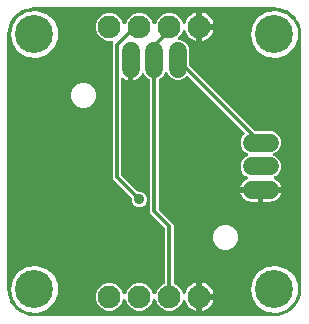
<source format=gbr>
G04 EAGLE Gerber RS-274X export*
G75*
%MOMM*%
%FSLAX34Y34*%
%LPD*%
%INTop Copper*%
%IPPOS*%
%AMOC8*
5,1,8,0,0,1.08239X$1,22.5*%
G01*
%ADD10C,1.500000*%
%ADD11C,3.216000*%
%ADD12C,1.930400*%
%ADD13C,0.304800*%
%ADD14C,0.906400*%

G36*
X228622Y2543D02*
X228622Y2543D01*
X228700Y2545D01*
X232077Y2810D01*
X232145Y2824D01*
X232214Y2829D01*
X232370Y2869D01*
X238794Y4956D01*
X238901Y5006D01*
X239012Y5050D01*
X239063Y5083D01*
X239082Y5091D01*
X239097Y5104D01*
X239148Y5136D01*
X244612Y9107D01*
X244699Y9188D01*
X244746Y9227D01*
X244752Y9231D01*
X244753Y9232D01*
X244791Y9264D01*
X244829Y9310D01*
X244844Y9324D01*
X244855Y9342D01*
X244893Y9388D01*
X246586Y11717D01*
X246599Y11741D01*
X246616Y11761D01*
X246675Y11880D01*
X246739Y11996D01*
X246746Y12022D01*
X246758Y12046D01*
X246785Y12174D01*
X246799Y12185D01*
X246823Y12196D01*
X246925Y12280D01*
X247031Y12361D01*
X247048Y12382D01*
X247068Y12399D01*
X247171Y12523D01*
X248864Y14852D01*
X248921Y14956D01*
X248985Y15056D01*
X249007Y15113D01*
X249017Y15131D01*
X249022Y15151D01*
X249044Y15206D01*
X251131Y21630D01*
X251144Y21698D01*
X251167Y21764D01*
X251190Y21923D01*
X251455Y25300D01*
X251455Y25304D01*
X251456Y25307D01*
X251455Y25326D01*
X251459Y25400D01*
X251459Y241300D01*
X251457Y241322D01*
X251455Y241400D01*
X251190Y244777D01*
X251176Y244845D01*
X251171Y244914D01*
X251131Y245070D01*
X249044Y251494D01*
X248993Y251601D01*
X248950Y251712D01*
X248917Y251763D01*
X248909Y251782D01*
X248896Y251797D01*
X248864Y251848D01*
X247171Y254178D01*
X247153Y254197D01*
X247139Y254220D01*
X247044Y254313D01*
X246953Y254409D01*
X246931Y254424D01*
X246912Y254442D01*
X246798Y254508D01*
X246792Y254524D01*
X246789Y254551D01*
X246740Y254675D01*
X246697Y254800D01*
X246682Y254822D01*
X246672Y254847D01*
X246586Y254983D01*
X244893Y257312D01*
X244812Y257399D01*
X244736Y257491D01*
X244690Y257529D01*
X244676Y257544D01*
X244658Y257555D01*
X244612Y257593D01*
X239148Y261564D01*
X239044Y261621D01*
X238944Y261685D01*
X238887Y261707D01*
X238869Y261717D01*
X238849Y261722D01*
X238794Y261744D01*
X232370Y263831D01*
X232302Y263844D01*
X232236Y263867D01*
X232077Y263890D01*
X228700Y264155D01*
X228678Y264154D01*
X228600Y264159D01*
X25400Y264159D01*
X25378Y264157D01*
X25300Y264155D01*
X21923Y263890D01*
X21855Y263876D01*
X21786Y263871D01*
X21630Y263831D01*
X18892Y262941D01*
X18867Y262930D01*
X18841Y262924D01*
X18724Y262863D01*
X18604Y262806D01*
X18583Y262789D01*
X18560Y262777D01*
X18462Y262689D01*
X18445Y262688D01*
X18418Y262693D01*
X18286Y262685D01*
X18153Y262683D01*
X18128Y262675D01*
X18101Y262674D01*
X17945Y262634D01*
X15206Y261744D01*
X15099Y261693D01*
X14988Y261650D01*
X14937Y261617D01*
X14918Y261609D01*
X14903Y261596D01*
X14852Y261564D01*
X9388Y257593D01*
X9301Y257512D01*
X9209Y257436D01*
X9171Y257390D01*
X9156Y257376D01*
X9145Y257358D01*
X9107Y257312D01*
X5136Y251848D01*
X5079Y251744D01*
X5015Y251644D01*
X4993Y251587D01*
X4983Y251569D01*
X4978Y251549D01*
X4956Y251494D01*
X2869Y245070D01*
X2856Y245002D01*
X2833Y244936D01*
X2810Y244777D01*
X2545Y241400D01*
X2546Y241378D01*
X2541Y241300D01*
X2541Y25400D01*
X2543Y25378D01*
X2545Y25300D01*
X2810Y21923D01*
X2824Y21855D01*
X2829Y21786D01*
X2869Y21630D01*
X4956Y15206D01*
X5006Y15099D01*
X5050Y14988D01*
X5083Y14937D01*
X5091Y14918D01*
X5104Y14903D01*
X5136Y14852D01*
X9107Y9388D01*
X9127Y9366D01*
X9138Y9348D01*
X9184Y9305D01*
X9188Y9301D01*
X9264Y9209D01*
X9310Y9171D01*
X9324Y9156D01*
X9342Y9145D01*
X9388Y9107D01*
X14852Y5136D01*
X14956Y5079D01*
X15056Y5015D01*
X15113Y4993D01*
X15131Y4983D01*
X15151Y4978D01*
X15206Y4956D01*
X17945Y4066D01*
X17971Y4061D01*
X17996Y4051D01*
X18127Y4031D01*
X18257Y4006D01*
X18284Y4008D01*
X18310Y4004D01*
X18441Y4018D01*
X18455Y4008D01*
X18474Y3989D01*
X18585Y3917D01*
X18694Y3842D01*
X18719Y3832D01*
X18742Y3818D01*
X18892Y3759D01*
X21630Y2869D01*
X21698Y2856D01*
X21764Y2833D01*
X21923Y2810D01*
X25300Y2545D01*
X25322Y2546D01*
X25400Y2541D01*
X228600Y2541D01*
X228622Y2543D01*
G37*
%LPC*%
G36*
X162245Y7157D02*
X162245Y7157D01*
X160420Y7751D01*
X158710Y8622D01*
X157157Y9750D01*
X155800Y11107D01*
X154672Y12660D01*
X153801Y14370D01*
X153373Y15686D01*
X153360Y15713D01*
X153353Y15742D01*
X153292Y15857D01*
X153237Y15974D01*
X153218Y15997D01*
X153204Y16024D01*
X153117Y16119D01*
X153035Y16219D01*
X153010Y16237D01*
X152990Y16259D01*
X152882Y16330D01*
X152777Y16406D01*
X152750Y16417D01*
X152725Y16434D01*
X152602Y16476D01*
X152482Y16523D01*
X152452Y16527D01*
X152424Y16537D01*
X152295Y16547D01*
X152166Y16563D01*
X152137Y16560D01*
X152107Y16562D01*
X151979Y16540D01*
X151851Y16524D01*
X151823Y16513D01*
X151794Y16508D01*
X151676Y16455D01*
X151555Y16407D01*
X151531Y16389D01*
X151504Y16377D01*
X151403Y16296D01*
X151297Y16220D01*
X151278Y16197D01*
X151255Y16179D01*
X151177Y16075D01*
X151095Y15975D01*
X151082Y15948D01*
X151064Y15924D01*
X150993Y15780D01*
X149606Y12431D01*
X146319Y9144D01*
X142024Y7365D01*
X137376Y7365D01*
X133081Y9144D01*
X129794Y12431D01*
X128173Y16346D01*
X128104Y16467D01*
X128039Y16589D01*
X128025Y16604D01*
X128015Y16622D01*
X127918Y16722D01*
X127825Y16825D01*
X127808Y16836D01*
X127794Y16851D01*
X127675Y16923D01*
X127559Y17000D01*
X127540Y17006D01*
X127523Y17017D01*
X127390Y17058D01*
X127258Y17103D01*
X127238Y17104D01*
X127219Y17110D01*
X127080Y17117D01*
X126941Y17128D01*
X126921Y17125D01*
X126901Y17125D01*
X126765Y17097D01*
X126628Y17074D01*
X126609Y17065D01*
X126590Y17061D01*
X126464Y17000D01*
X126338Y16943D01*
X126322Y16930D01*
X126304Y16921D01*
X126198Y16831D01*
X126090Y16744D01*
X126077Y16728D01*
X126062Y16715D01*
X125982Y16601D01*
X125898Y16490D01*
X125886Y16465D01*
X125879Y16455D01*
X125872Y16436D01*
X125827Y16346D01*
X124206Y12431D01*
X120919Y9144D01*
X116624Y7365D01*
X111976Y7365D01*
X107681Y9144D01*
X104394Y12431D01*
X102773Y16346D01*
X102704Y16467D01*
X102639Y16590D01*
X102625Y16605D01*
X102615Y16622D01*
X102518Y16722D01*
X102425Y16825D01*
X102408Y16836D01*
X102394Y16851D01*
X102275Y16923D01*
X102159Y17000D01*
X102140Y17006D01*
X102123Y17017D01*
X101990Y17058D01*
X101858Y17103D01*
X101838Y17104D01*
X101819Y17110D01*
X101680Y17117D01*
X101541Y17128D01*
X101521Y17125D01*
X101501Y17126D01*
X101365Y17097D01*
X101228Y17074D01*
X101209Y17065D01*
X101190Y17061D01*
X101064Y17000D01*
X100938Y16943D01*
X100922Y16930D01*
X100904Y16922D01*
X100798Y16831D01*
X100690Y16744D01*
X100677Y16728D01*
X100662Y16715D01*
X100582Y16601D01*
X100498Y16490D01*
X100486Y16465D01*
X100479Y16455D01*
X100472Y16436D01*
X100427Y16346D01*
X98806Y12431D01*
X95519Y9144D01*
X91224Y7365D01*
X86576Y7365D01*
X82281Y9144D01*
X78994Y12431D01*
X77215Y16726D01*
X77215Y21374D01*
X78994Y25669D01*
X82281Y28956D01*
X86576Y30735D01*
X91224Y30735D01*
X95519Y28956D01*
X98806Y25669D01*
X100427Y21754D01*
X100496Y21634D01*
X100561Y21510D01*
X100575Y21496D01*
X100585Y21478D01*
X100682Y21378D01*
X100775Y21275D01*
X100792Y21264D01*
X100806Y21249D01*
X100924Y21177D01*
X101041Y21100D01*
X101060Y21094D01*
X101077Y21083D01*
X101210Y21042D01*
X101342Y20997D01*
X101362Y20996D01*
X101381Y20990D01*
X101520Y20983D01*
X101659Y20972D01*
X101679Y20975D01*
X101699Y20974D01*
X101835Y21003D01*
X101972Y21026D01*
X101990Y21035D01*
X102010Y21039D01*
X102136Y21100D01*
X102262Y21157D01*
X102278Y21170D01*
X102296Y21178D01*
X102402Y21269D01*
X102510Y21356D01*
X102523Y21372D01*
X102538Y21385D01*
X102618Y21499D01*
X102702Y21610D01*
X102714Y21635D01*
X102721Y21645D01*
X102728Y21664D01*
X102773Y21754D01*
X104394Y25669D01*
X107681Y28956D01*
X111976Y30735D01*
X116624Y30735D01*
X120919Y28956D01*
X124206Y25669D01*
X125827Y21754D01*
X125896Y21634D01*
X125961Y21511D01*
X125975Y21496D01*
X125985Y21478D01*
X126082Y21378D01*
X126175Y21275D01*
X126192Y21264D01*
X126206Y21250D01*
X126324Y21177D01*
X126441Y21100D01*
X126460Y21094D01*
X126477Y21083D01*
X126610Y21042D01*
X126742Y20997D01*
X126762Y20996D01*
X126781Y20990D01*
X126920Y20983D01*
X127059Y20972D01*
X127079Y20975D01*
X127099Y20975D01*
X127235Y21003D01*
X127372Y21026D01*
X127390Y21035D01*
X127410Y21039D01*
X127536Y21100D01*
X127662Y21157D01*
X127678Y21170D01*
X127696Y21179D01*
X127802Y21269D01*
X127910Y21356D01*
X127923Y21372D01*
X127938Y21385D01*
X128018Y21499D01*
X128102Y21610D01*
X128114Y21635D01*
X128121Y21645D01*
X128128Y21664D01*
X128173Y21754D01*
X129794Y25669D01*
X133081Y28956D01*
X135360Y29900D01*
X135385Y29914D01*
X135413Y29923D01*
X135523Y29993D01*
X135636Y30057D01*
X135657Y30078D01*
X135682Y30094D01*
X135771Y30188D01*
X135864Y30278D01*
X135880Y30304D01*
X135900Y30325D01*
X135963Y30439D01*
X136031Y30550D01*
X136039Y30578D01*
X136054Y30604D01*
X136086Y30729D01*
X136124Y30854D01*
X136126Y30883D01*
X136133Y30912D01*
X136143Y31072D01*
X136143Y76741D01*
X136131Y76839D01*
X136128Y76938D01*
X136111Y76996D01*
X136103Y77057D01*
X136067Y77149D01*
X136039Y77244D01*
X136009Y77296D01*
X135986Y77352D01*
X135928Y77432D01*
X135878Y77518D01*
X135812Y77593D01*
X135800Y77610D01*
X135790Y77617D01*
X135772Y77639D01*
X123443Y89967D01*
X123443Y202347D01*
X123440Y202376D01*
X123442Y202406D01*
X123420Y202534D01*
X123403Y202663D01*
X123393Y202690D01*
X123388Y202719D01*
X123334Y202838D01*
X123286Y202958D01*
X123269Y202982D01*
X123257Y203009D01*
X123176Y203110D01*
X123100Y203216D01*
X123077Y203234D01*
X123058Y203257D01*
X122955Y203336D01*
X122855Y203418D01*
X122828Y203431D01*
X122804Y203449D01*
X122660Y203520D01*
X121600Y203959D01*
X118919Y206640D01*
X118447Y207778D01*
X118403Y207856D01*
X118367Y207938D01*
X118324Y207994D01*
X118290Y208054D01*
X118227Y208119D01*
X118172Y208190D01*
X118117Y208233D01*
X118068Y208283D01*
X117992Y208330D01*
X117921Y208385D01*
X117857Y208413D01*
X117797Y208449D01*
X117712Y208475D01*
X117629Y208511D01*
X117560Y208522D01*
X117493Y208543D01*
X117404Y208547D01*
X117315Y208561D01*
X117245Y208555D01*
X117176Y208558D01*
X117088Y208540D01*
X116999Y208531D01*
X116933Y208508D01*
X116864Y208494D01*
X116784Y208454D01*
X116699Y208424D01*
X116641Y208385D01*
X116578Y208354D01*
X116510Y208296D01*
X116436Y208246D01*
X116390Y208193D01*
X116336Y208148D01*
X116285Y208074D01*
X116226Y208007D01*
X116162Y207900D01*
X116153Y207888D01*
X116151Y207881D01*
X116144Y207869D01*
X115588Y206778D01*
X114659Y205499D01*
X113541Y204381D01*
X112262Y203452D01*
X110854Y202735D01*
X109351Y202247D01*
X109249Y202230D01*
X109249Y218560D01*
X109234Y218678D01*
X109227Y218797D01*
X109214Y218835D01*
X109209Y218875D01*
X109166Y218986D01*
X109129Y219099D01*
X109107Y219133D01*
X109092Y219171D01*
X109023Y219267D01*
X108959Y219368D01*
X108929Y219396D01*
X108906Y219428D01*
X108814Y219504D01*
X108727Y219586D01*
X108692Y219605D01*
X108661Y219631D01*
X108553Y219682D01*
X108449Y219739D01*
X108409Y219749D01*
X108373Y219767D01*
X108256Y219789D01*
X108141Y219819D01*
X108081Y219823D01*
X108061Y219826D01*
X108040Y219825D01*
X107980Y219829D01*
X106020Y219829D01*
X105902Y219814D01*
X105783Y219807D01*
X105745Y219794D01*
X105704Y219789D01*
X105594Y219745D01*
X105481Y219709D01*
X105446Y219687D01*
X105409Y219672D01*
X105312Y219602D01*
X105212Y219539D01*
X105184Y219509D01*
X105151Y219485D01*
X105075Y219394D01*
X104994Y219307D01*
X104974Y219272D01*
X104949Y219240D01*
X104898Y219133D01*
X104840Y219028D01*
X104830Y218989D01*
X104813Y218953D01*
X104791Y218836D01*
X104761Y218720D01*
X104757Y218660D01*
X104753Y218640D01*
X104755Y218620D01*
X104751Y218560D01*
X104751Y202230D01*
X104649Y202247D01*
X103146Y202735D01*
X101738Y203452D01*
X100822Y204118D01*
X100787Y204137D01*
X100757Y204162D01*
X100648Y204213D01*
X100543Y204271D01*
X100505Y204281D01*
X100469Y204298D01*
X100351Y204320D01*
X100235Y204350D01*
X100196Y204350D01*
X100156Y204357D01*
X100037Y204350D01*
X99917Y204350D01*
X99879Y204340D01*
X99839Y204338D01*
X99725Y204301D01*
X99609Y204271D01*
X99574Y204252D01*
X99537Y204240D01*
X99467Y204195D01*
X99465Y204195D01*
X99460Y204191D01*
X99436Y204176D01*
X99331Y204118D01*
X99301Y204091D01*
X99268Y204069D01*
X99215Y204013D01*
X99207Y204008D01*
X99190Y203987D01*
X99186Y203982D01*
X99099Y203900D01*
X99077Y203867D01*
X99050Y203838D01*
X99016Y203777D01*
X99005Y203763D01*
X98986Y203724D01*
X98928Y203632D01*
X98916Y203594D01*
X98896Y203559D01*
X98881Y203501D01*
X98869Y203475D01*
X98858Y203418D01*
X98829Y203330D01*
X98827Y203290D01*
X98817Y203251D01*
X98812Y203179D01*
X98809Y203163D01*
X98810Y203147D01*
X98807Y203091D01*
X98807Y122649D01*
X98819Y122551D01*
X98822Y122452D01*
X98839Y122394D01*
X98847Y122333D01*
X98883Y122241D01*
X98911Y122146D01*
X98941Y122094D01*
X98964Y122038D01*
X99022Y121958D01*
X99072Y121872D01*
X99138Y121797D01*
X99150Y121780D01*
X99160Y121773D01*
X99178Y121751D01*
X112393Y108536D01*
X112472Y108476D01*
X112544Y108408D01*
X112597Y108379D01*
X112645Y108342D01*
X112736Y108302D01*
X112822Y108254D01*
X112881Y108239D01*
X112937Y108215D01*
X113035Y108200D01*
X113130Y108175D01*
X113230Y108169D01*
X113251Y108165D01*
X113263Y108167D01*
X113291Y108165D01*
X115606Y108165D01*
X118019Y107165D01*
X119865Y105319D01*
X120865Y102906D01*
X120865Y100294D01*
X119865Y97881D01*
X118019Y96035D01*
X115606Y95035D01*
X112994Y95035D01*
X110581Y96035D01*
X108735Y97881D01*
X107735Y100294D01*
X107735Y102609D01*
X107723Y102707D01*
X107720Y102806D01*
X107703Y102864D01*
X107695Y102925D01*
X107659Y103017D01*
X107631Y103112D01*
X107601Y103164D01*
X107578Y103220D01*
X107520Y103300D01*
X107470Y103386D01*
X107404Y103461D01*
X107392Y103478D01*
X107382Y103485D01*
X107364Y103507D01*
X91693Y119177D01*
X91693Y233908D01*
X91694Y233908D01*
X91782Y234015D01*
X91791Y234034D01*
X91803Y234050D01*
X91859Y234178D01*
X91918Y234303D01*
X91922Y234323D01*
X91930Y234342D01*
X91952Y234479D01*
X91978Y234616D01*
X91977Y234636D01*
X91980Y234656D01*
X91967Y234794D01*
X91958Y234933D01*
X91952Y234952D01*
X91950Y234972D01*
X91903Y235103D01*
X91860Y235235D01*
X91849Y235253D01*
X91842Y235272D01*
X91764Y235387D01*
X91690Y235504D01*
X91675Y235518D01*
X91664Y235535D01*
X91559Y235627D01*
X91458Y235722D01*
X91441Y235732D01*
X91425Y235745D01*
X91302Y235808D01*
X91180Y235876D01*
X91160Y235881D01*
X91142Y235890D01*
X91006Y235920D01*
X90872Y235955D01*
X90844Y235957D01*
X90832Y235960D01*
X90811Y235959D01*
X90711Y235965D01*
X86576Y235965D01*
X82281Y237744D01*
X78994Y241031D01*
X77215Y245326D01*
X77215Y249974D01*
X78994Y254269D01*
X82281Y257556D01*
X86576Y259335D01*
X91224Y259335D01*
X95519Y257556D01*
X98806Y254269D01*
X100427Y250354D01*
X100496Y250234D01*
X100561Y250111D01*
X100575Y250096D01*
X100585Y250078D01*
X100682Y249978D01*
X100775Y249875D01*
X100792Y249864D01*
X100806Y249850D01*
X100924Y249777D01*
X101041Y249700D01*
X101060Y249694D01*
X101077Y249683D01*
X101210Y249642D01*
X101342Y249597D01*
X101362Y249596D01*
X101381Y249590D01*
X101520Y249583D01*
X101659Y249572D01*
X101679Y249575D01*
X101699Y249575D01*
X101835Y249603D01*
X101972Y249626D01*
X101990Y249635D01*
X102010Y249639D01*
X102136Y249700D01*
X102262Y249757D01*
X102278Y249770D01*
X102296Y249779D01*
X102402Y249869D01*
X102510Y249956D01*
X102523Y249972D01*
X102538Y249985D01*
X102618Y250099D01*
X102702Y250210D01*
X102714Y250235D01*
X102721Y250245D01*
X102728Y250264D01*
X102773Y250354D01*
X104394Y254269D01*
X107681Y257556D01*
X111976Y259335D01*
X116624Y259335D01*
X120919Y257556D01*
X124206Y254269D01*
X125827Y250354D01*
X125896Y250234D01*
X125961Y250111D01*
X125975Y250096D01*
X125985Y250078D01*
X126082Y249978D01*
X126175Y249875D01*
X126192Y249864D01*
X126206Y249850D01*
X126324Y249777D01*
X126441Y249700D01*
X126460Y249694D01*
X126477Y249683D01*
X126610Y249642D01*
X126742Y249597D01*
X126762Y249596D01*
X126781Y249590D01*
X126920Y249583D01*
X127059Y249572D01*
X127079Y249575D01*
X127099Y249575D01*
X127235Y249603D01*
X127372Y249626D01*
X127390Y249635D01*
X127410Y249639D01*
X127536Y249700D01*
X127662Y249757D01*
X127678Y249770D01*
X127696Y249779D01*
X127802Y249869D01*
X127910Y249956D01*
X127923Y249972D01*
X127938Y249985D01*
X128018Y250099D01*
X128102Y250210D01*
X128114Y250235D01*
X128121Y250245D01*
X128128Y250264D01*
X128173Y250354D01*
X129794Y254269D01*
X133081Y257556D01*
X137376Y259335D01*
X142024Y259335D01*
X146319Y257556D01*
X149606Y254269D01*
X150993Y250920D01*
X151008Y250894D01*
X151017Y250866D01*
X151086Y250756D01*
X151150Y250644D01*
X151171Y250622D01*
X151187Y250597D01*
X151281Y250509D01*
X151372Y250415D01*
X151397Y250400D01*
X151419Y250379D01*
X151532Y250317D01*
X151643Y250249D01*
X151671Y250240D01*
X151698Y250226D01*
X151823Y250194D01*
X151947Y250156D01*
X151977Y250154D01*
X152006Y250147D01*
X152135Y250147D01*
X152264Y250140D01*
X152294Y250146D01*
X152324Y250146D01*
X152449Y250179D01*
X152576Y250205D01*
X152603Y250218D01*
X152632Y250225D01*
X152745Y250287D01*
X152862Y250344D01*
X152884Y250364D01*
X152911Y250378D01*
X153005Y250467D01*
X153104Y250551D01*
X153121Y250575D01*
X153143Y250596D01*
X153212Y250705D01*
X153287Y250811D01*
X153297Y250839D01*
X153313Y250864D01*
X153373Y251014D01*
X153801Y252330D01*
X154672Y254040D01*
X155800Y255593D01*
X157157Y256950D01*
X158710Y258078D01*
X160420Y258949D01*
X162245Y259543D01*
X162601Y259599D01*
X162601Y248880D01*
X162616Y248762D01*
X162623Y248643D01*
X162635Y248605D01*
X162641Y248565D01*
X162684Y248454D01*
X162721Y248341D01*
X162743Y248307D01*
X162758Y248269D01*
X162827Y248173D01*
X162891Y248072D01*
X162921Y248044D01*
X162944Y248012D01*
X163036Y247936D01*
X163123Y247854D01*
X163158Y247835D01*
X163189Y247809D01*
X163297Y247758D01*
X163401Y247701D01*
X163441Y247691D01*
X163477Y247673D01*
X163584Y247653D01*
X163554Y247649D01*
X163444Y247605D01*
X163331Y247569D01*
X163296Y247547D01*
X163259Y247532D01*
X163162Y247462D01*
X163062Y247399D01*
X163034Y247369D01*
X163001Y247345D01*
X162925Y247254D01*
X162844Y247167D01*
X162824Y247132D01*
X162799Y247100D01*
X162748Y246993D01*
X162690Y246888D01*
X162680Y246849D01*
X162663Y246813D01*
X162641Y246696D01*
X162611Y246580D01*
X162607Y246520D01*
X162603Y246500D01*
X162605Y246480D01*
X162601Y246420D01*
X162601Y235701D01*
X162245Y235757D01*
X160420Y236351D01*
X158710Y237222D01*
X157157Y238350D01*
X155800Y239707D01*
X154672Y241260D01*
X153801Y242970D01*
X153373Y244286D01*
X153360Y244313D01*
X153353Y244342D01*
X153292Y244457D01*
X153237Y244574D01*
X153218Y244597D01*
X153204Y244624D01*
X153117Y244719D01*
X153035Y244819D01*
X153010Y244837D01*
X152990Y244859D01*
X152882Y244930D01*
X152777Y245006D01*
X152750Y245017D01*
X152725Y245034D01*
X152602Y245076D01*
X152482Y245123D01*
X152452Y245127D01*
X152424Y245137D01*
X152295Y245147D01*
X152166Y245163D01*
X152137Y245160D01*
X152107Y245162D01*
X151979Y245140D01*
X151851Y245124D01*
X151823Y245113D01*
X151794Y245108D01*
X151676Y245055D01*
X151555Y245007D01*
X151531Y244989D01*
X151504Y244977D01*
X151403Y244896D01*
X151297Y244820D01*
X151278Y244797D01*
X151255Y244779D01*
X151177Y244675D01*
X151095Y244575D01*
X151082Y244548D01*
X151064Y244524D01*
X150993Y244380D01*
X149606Y241031D01*
X147314Y238739D01*
X147229Y238630D01*
X147140Y238523D01*
X147132Y238504D01*
X147119Y238488D01*
X147064Y238360D01*
X147005Y238235D01*
X147001Y238215D01*
X146993Y238196D01*
X146971Y238058D01*
X146945Y237922D01*
X146946Y237902D01*
X146943Y237882D01*
X146956Y237743D01*
X146965Y237605D01*
X146971Y237586D01*
X146973Y237566D01*
X147020Y237434D01*
X147063Y237303D01*
X147074Y237285D01*
X147080Y237266D01*
X147159Y237151D01*
X147233Y237034D01*
X147248Y237020D01*
X147259Y237003D01*
X147363Y236911D01*
X147465Y236816D01*
X147482Y236806D01*
X147497Y236793D01*
X147622Y236729D01*
X147743Y236662D01*
X147763Y236657D01*
X147781Y236648D01*
X147917Y236618D01*
X148051Y236583D01*
X148079Y236581D01*
X148091Y236578D01*
X148111Y236579D01*
X148212Y236573D01*
X148896Y236573D01*
X152400Y235121D01*
X155081Y232440D01*
X156533Y228936D01*
X156533Y215563D01*
X156545Y215465D01*
X156548Y215366D01*
X156565Y215308D01*
X156573Y215247D01*
X156609Y215155D01*
X156637Y215060D01*
X156667Y215008D01*
X156690Y214952D01*
X156748Y214872D01*
X156798Y214786D01*
X156864Y214711D01*
X156876Y214694D01*
X156886Y214687D01*
X156904Y214665D01*
X212125Y159444D01*
X212204Y159384D01*
X212276Y159316D01*
X212329Y159287D01*
X212377Y159250D01*
X212468Y159210D01*
X212554Y159162D01*
X212613Y159147D01*
X212669Y159123D01*
X212767Y159108D01*
X212862Y159083D01*
X212962Y159077D01*
X212983Y159073D01*
X212995Y159075D01*
X213023Y159073D01*
X226396Y159073D01*
X229900Y157621D01*
X232581Y154940D01*
X234033Y151436D01*
X234033Y147644D01*
X232581Y144140D01*
X229900Y141459D01*
X228099Y140713D01*
X227978Y140644D01*
X227855Y140579D01*
X227840Y140565D01*
X227823Y140555D01*
X227723Y140458D01*
X227620Y140365D01*
X227609Y140348D01*
X227594Y140334D01*
X227522Y140216D01*
X227445Y140099D01*
X227439Y140080D01*
X227428Y140063D01*
X227387Y139930D01*
X227342Y139798D01*
X227340Y139778D01*
X227335Y139759D01*
X227328Y139620D01*
X227317Y139481D01*
X227320Y139461D01*
X227319Y139441D01*
X227347Y139305D01*
X227371Y139168D01*
X227380Y139149D01*
X227384Y139130D01*
X227445Y139005D01*
X227502Y138878D01*
X227514Y138862D01*
X227523Y138844D01*
X227613Y138738D01*
X227700Y138630D01*
X227717Y138617D01*
X227730Y138602D01*
X227843Y138522D01*
X227955Y138438D01*
X227980Y138426D01*
X227990Y138419D01*
X228009Y138412D01*
X228099Y138367D01*
X229900Y137621D01*
X232581Y134940D01*
X234033Y131436D01*
X234033Y127644D01*
X232581Y124140D01*
X229900Y121459D01*
X228762Y120987D01*
X228684Y120943D01*
X228602Y120907D01*
X228546Y120864D01*
X228486Y120830D01*
X228421Y120767D01*
X228350Y120712D01*
X228307Y120657D01*
X228257Y120608D01*
X228210Y120532D01*
X228155Y120461D01*
X228127Y120397D01*
X228091Y120337D01*
X228065Y120252D01*
X228029Y120170D01*
X228018Y120100D01*
X227997Y120033D01*
X227993Y119944D01*
X227979Y119855D01*
X227985Y119786D01*
X227982Y119716D01*
X228000Y119628D01*
X228009Y119539D01*
X228032Y119473D01*
X228046Y119404D01*
X228086Y119324D01*
X228116Y119239D01*
X228155Y119181D01*
X228186Y119118D01*
X228244Y119050D01*
X228294Y118976D01*
X228347Y118930D01*
X228392Y118876D01*
X228466Y118825D01*
X228533Y118766D01*
X228640Y118702D01*
X228652Y118693D01*
X228659Y118691D01*
X228671Y118684D01*
X229762Y118128D01*
X231041Y117199D01*
X232159Y116081D01*
X233088Y114802D01*
X233805Y113394D01*
X234293Y111891D01*
X234310Y111789D01*
X217980Y111789D01*
X217862Y111774D01*
X217743Y111767D01*
X217705Y111754D01*
X217665Y111749D01*
X217554Y111706D01*
X217441Y111669D01*
X217407Y111647D01*
X217369Y111632D01*
X217273Y111563D01*
X217172Y111499D01*
X217144Y111469D01*
X217112Y111446D01*
X217036Y111354D01*
X217004Y111320D01*
X216999Y111328D01*
X216969Y111356D01*
X216945Y111389D01*
X216854Y111465D01*
X216767Y111546D01*
X216732Y111566D01*
X216700Y111591D01*
X216593Y111642D01*
X216488Y111700D01*
X216449Y111710D01*
X216413Y111727D01*
X216296Y111749D01*
X216180Y111779D01*
X216120Y111783D01*
X216100Y111787D01*
X216080Y111785D01*
X216020Y111789D01*
X199690Y111789D01*
X199707Y111891D01*
X200195Y113394D01*
X200912Y114802D01*
X201841Y116081D01*
X202959Y117199D01*
X204238Y118128D01*
X205329Y118684D01*
X205403Y118734D01*
X205482Y118776D01*
X205534Y118823D01*
X205592Y118862D01*
X205651Y118930D01*
X205717Y118990D01*
X205756Y119048D01*
X205802Y119101D01*
X205843Y119181D01*
X205892Y119255D01*
X205915Y119322D01*
X205947Y119384D01*
X205966Y119472D01*
X205995Y119556D01*
X206001Y119626D01*
X206016Y119695D01*
X206013Y119784D01*
X206020Y119873D01*
X206008Y119942D01*
X206006Y120012D01*
X205981Y120098D01*
X205966Y120187D01*
X205937Y120251D01*
X205918Y120318D01*
X205872Y120395D01*
X205835Y120477D01*
X205792Y120531D01*
X205756Y120592D01*
X205693Y120655D01*
X205637Y120725D01*
X205581Y120767D01*
X205531Y120817D01*
X205454Y120862D01*
X205383Y120916D01*
X205271Y120971D01*
X205258Y120979D01*
X205251Y120981D01*
X205238Y120987D01*
X204100Y121459D01*
X201419Y124140D01*
X199967Y127644D01*
X199967Y131436D01*
X201419Y134940D01*
X204100Y137621D01*
X205901Y138367D01*
X206022Y138436D01*
X206145Y138501D01*
X206160Y138515D01*
X206177Y138525D01*
X206277Y138622D01*
X206380Y138715D01*
X206391Y138732D01*
X206406Y138746D01*
X206479Y138865D01*
X206555Y138981D01*
X206561Y139000D01*
X206572Y139017D01*
X206613Y139150D01*
X206658Y139282D01*
X206660Y139302D01*
X206665Y139321D01*
X206672Y139460D01*
X206683Y139599D01*
X206680Y139619D01*
X206681Y139639D01*
X206653Y139775D01*
X206629Y139912D01*
X206620Y139931D01*
X206616Y139950D01*
X206555Y140076D01*
X206498Y140202D01*
X206486Y140218D01*
X206477Y140236D01*
X206386Y140342D01*
X206300Y140450D01*
X206283Y140463D01*
X206270Y140478D01*
X206156Y140558D01*
X206045Y140642D01*
X206020Y140654D01*
X206010Y140661D01*
X205991Y140668D01*
X205901Y140713D01*
X204100Y141459D01*
X201419Y144140D01*
X199967Y147644D01*
X199967Y151436D01*
X201419Y154940D01*
X203097Y156618D01*
X203170Y156712D01*
X203249Y156801D01*
X203267Y156837D01*
X203292Y156869D01*
X203339Y156979D01*
X203393Y157085D01*
X203402Y157124D01*
X203418Y157161D01*
X203437Y157279D01*
X203463Y157395D01*
X203462Y157435D01*
X203468Y157475D01*
X203457Y157594D01*
X203453Y157713D01*
X203442Y157752D01*
X203438Y157792D01*
X203398Y157904D01*
X203365Y158018D01*
X203344Y158053D01*
X203331Y158091D01*
X203264Y158190D01*
X203203Y158292D01*
X203163Y158338D01*
X203152Y158354D01*
X203137Y158368D01*
X203097Y158413D01*
X155873Y205637D01*
X155779Y205710D01*
X155690Y205789D01*
X155654Y205807D01*
X155622Y205832D01*
X155512Y205879D01*
X155407Y205933D01*
X155367Y205942D01*
X155330Y205958D01*
X155212Y205977D01*
X155096Y206003D01*
X155056Y206002D01*
X155016Y206008D01*
X154897Y205997D01*
X154778Y205993D01*
X154740Y205982D01*
X154699Y205978D01*
X154587Y205938D01*
X154473Y205905D01*
X154438Y205884D01*
X154400Y205871D01*
X154301Y205804D01*
X154199Y205743D01*
X154154Y205703D01*
X154137Y205692D01*
X154123Y205677D01*
X154078Y205637D01*
X152400Y203959D01*
X148896Y202507D01*
X145104Y202507D01*
X141600Y203959D01*
X138919Y206640D01*
X138173Y208441D01*
X138104Y208561D01*
X138039Y208685D01*
X138025Y208700D01*
X138015Y208717D01*
X137918Y208817D01*
X137825Y208920D01*
X137808Y208931D01*
X137794Y208946D01*
X137676Y209018D01*
X137559Y209095D01*
X137540Y209101D01*
X137523Y209112D01*
X137390Y209153D01*
X137258Y209198D01*
X137238Y209200D01*
X137219Y209205D01*
X137080Y209212D01*
X136941Y209223D01*
X136921Y209220D01*
X136901Y209221D01*
X136765Y209192D01*
X136628Y209169D01*
X136609Y209160D01*
X136590Y209156D01*
X136465Y209095D01*
X136338Y209038D01*
X136322Y209026D01*
X136304Y209017D01*
X136198Y208926D01*
X136090Y208840D01*
X136077Y208823D01*
X136062Y208810D01*
X135982Y208696D01*
X135898Y208585D01*
X135886Y208560D01*
X135879Y208550D01*
X135872Y208531D01*
X135827Y208441D01*
X135081Y206640D01*
X132400Y203959D01*
X131340Y203520D01*
X131315Y203505D01*
X131287Y203496D01*
X131177Y203426D01*
X131064Y203362D01*
X131043Y203342D01*
X131018Y203326D01*
X130929Y203231D01*
X130836Y203141D01*
X130820Y203116D01*
X130800Y203094D01*
X130737Y202980D01*
X130669Y202870D01*
X130661Y202841D01*
X130646Y202816D01*
X130614Y202690D01*
X130576Y202566D01*
X130574Y202536D01*
X130567Y202508D01*
X130557Y202347D01*
X130557Y93439D01*
X130569Y93341D01*
X130572Y93242D01*
X130589Y93184D01*
X130597Y93123D01*
X130633Y93031D01*
X130661Y92936D01*
X130691Y92884D01*
X130714Y92828D01*
X130772Y92748D01*
X130822Y92662D01*
X130888Y92587D01*
X130900Y92570D01*
X130910Y92563D01*
X130928Y92541D01*
X143257Y80213D01*
X143257Y31072D01*
X143260Y31043D01*
X143258Y31014D01*
X143280Y30885D01*
X143297Y30757D01*
X143307Y30729D01*
X143312Y30700D01*
X143366Y30582D01*
X143414Y30461D01*
X143431Y30437D01*
X143443Y30410D01*
X143524Y30309D01*
X143600Y30204D01*
X143623Y30185D01*
X143642Y30162D01*
X143745Y30084D01*
X143845Y30001D01*
X143872Y29988D01*
X143896Y29971D01*
X144040Y29900D01*
X146319Y28956D01*
X149606Y25669D01*
X150993Y22320D01*
X150999Y22310D01*
X150999Y22309D01*
X151001Y22306D01*
X151008Y22294D01*
X151017Y22266D01*
X151086Y22156D01*
X151150Y22044D01*
X151171Y22022D01*
X151187Y21997D01*
X151281Y21909D01*
X151372Y21815D01*
X151397Y21800D01*
X151419Y21779D01*
X151532Y21717D01*
X151643Y21649D01*
X151671Y21640D01*
X151698Y21626D01*
X151823Y21594D01*
X151947Y21556D01*
X151977Y21554D01*
X152006Y21547D01*
X152135Y21547D01*
X152264Y21540D01*
X152294Y21546D01*
X152324Y21546D01*
X152449Y21579D01*
X152576Y21605D01*
X152603Y21618D01*
X152632Y21625D01*
X152745Y21687D01*
X152862Y21744D01*
X152884Y21764D01*
X152911Y21778D01*
X153005Y21867D01*
X153104Y21951D01*
X153121Y21975D01*
X153143Y21996D01*
X153212Y22105D01*
X153287Y22211D01*
X153297Y22239D01*
X153313Y22264D01*
X153373Y22414D01*
X153801Y23730D01*
X154672Y25440D01*
X155800Y26993D01*
X157157Y28350D01*
X158710Y29478D01*
X160420Y30349D01*
X162245Y30943D01*
X162601Y30999D01*
X162601Y20280D01*
X162616Y20162D01*
X162623Y20043D01*
X162635Y20005D01*
X162641Y19965D01*
X162684Y19854D01*
X162721Y19741D01*
X162743Y19707D01*
X162758Y19669D01*
X162827Y19573D01*
X162891Y19472D01*
X162921Y19444D01*
X162944Y19412D01*
X163036Y19336D01*
X163123Y19254D01*
X163158Y19235D01*
X163189Y19209D01*
X163297Y19158D01*
X163401Y19101D01*
X163441Y19091D01*
X163477Y19073D01*
X163584Y19053D01*
X163554Y19049D01*
X163444Y19005D01*
X163331Y18969D01*
X163296Y18947D01*
X163259Y18932D01*
X163162Y18862D01*
X163062Y18799D01*
X163034Y18769D01*
X163001Y18745D01*
X162925Y18654D01*
X162844Y18567D01*
X162824Y18532D01*
X162799Y18500D01*
X162748Y18393D01*
X162690Y18288D01*
X162680Y18249D01*
X162663Y18213D01*
X162641Y18096D01*
X162611Y17980D01*
X162607Y17920D01*
X162603Y17900D01*
X162605Y17880D01*
X162601Y17820D01*
X162601Y7101D01*
X162245Y7157D01*
G37*
%LPD*%
%LPC*%
G36*
X19179Y222153D02*
X19179Y222153D01*
X11929Y226339D01*
X7008Y233111D01*
X5268Y241300D01*
X7008Y249489D01*
X11929Y256261D01*
X18972Y260328D01*
X18993Y260344D01*
X19017Y260355D01*
X19119Y260439D01*
X19166Y260475D01*
X19203Y260468D01*
X19229Y260469D01*
X19256Y260465D01*
X19416Y260472D01*
X27504Y261322D01*
X35466Y258735D01*
X41687Y253134D01*
X45092Y245486D01*
X45092Y237114D01*
X41687Y229466D01*
X35466Y223865D01*
X27504Y221278D01*
X19179Y222153D01*
G37*
%LPD*%
%LPC*%
G36*
X19416Y6228D02*
X19416Y6228D01*
X19390Y6227D01*
X19364Y6232D01*
X19231Y6224D01*
X19173Y6223D01*
X19147Y6250D01*
X19125Y6265D01*
X19106Y6283D01*
X18972Y6372D01*
X11929Y10439D01*
X7008Y17211D01*
X5268Y25400D01*
X7008Y33589D01*
X11929Y40361D01*
X19179Y44547D01*
X27504Y45422D01*
X35466Y42835D01*
X41687Y37234D01*
X45092Y29586D01*
X45092Y21214D01*
X41687Y13566D01*
X35466Y7965D01*
X27504Y5378D01*
X19416Y6228D01*
G37*
%LPD*%
%LPC*%
G36*
X222379Y222153D02*
X222379Y222153D01*
X215129Y226339D01*
X210208Y233111D01*
X208468Y241300D01*
X210208Y249489D01*
X215129Y256261D01*
X222379Y260447D01*
X230704Y261322D01*
X238666Y258735D01*
X244710Y253293D01*
X244732Y253278D01*
X244750Y253259D01*
X244862Y253188D01*
X244910Y253154D01*
X244914Y253117D01*
X244924Y253092D01*
X244929Y253066D01*
X244985Y252915D01*
X248292Y245486D01*
X248292Y237114D01*
X244887Y229466D01*
X238666Y223865D01*
X230704Y221278D01*
X222379Y222153D01*
G37*
%LPD*%
%LPC*%
G36*
X222379Y6253D02*
X222379Y6253D01*
X215129Y10439D01*
X210208Y17211D01*
X208468Y25400D01*
X210208Y33589D01*
X215129Y40361D01*
X222379Y44547D01*
X230704Y45422D01*
X238666Y42835D01*
X244887Y37234D01*
X248292Y29586D01*
X248292Y21214D01*
X244985Y13785D01*
X244977Y13759D01*
X244964Y13736D01*
X244931Y13607D01*
X244914Y13552D01*
X244880Y13536D01*
X244860Y13519D01*
X244836Y13507D01*
X244710Y13407D01*
X238666Y7965D01*
X230704Y5378D01*
X222379Y6253D01*
G37*
%LPD*%
%LPC*%
G36*
X64903Y178999D02*
X64903Y178999D01*
X61029Y180604D01*
X58064Y183569D01*
X56459Y187443D01*
X56459Y191637D01*
X58064Y195511D01*
X61029Y198476D01*
X64903Y200081D01*
X69097Y200081D01*
X72971Y198476D01*
X75936Y195511D01*
X77541Y191637D01*
X77541Y187443D01*
X75936Y183569D01*
X72971Y180604D01*
X69097Y178999D01*
X64903Y178999D01*
G37*
%LPD*%
%LPC*%
G36*
X184903Y58999D02*
X184903Y58999D01*
X181029Y60604D01*
X178064Y63569D01*
X176459Y67443D01*
X176459Y71637D01*
X178064Y75511D01*
X181029Y78476D01*
X184903Y80081D01*
X189097Y80081D01*
X192971Y78476D01*
X195936Y75511D01*
X197541Y71637D01*
X197541Y67443D01*
X195936Y63569D01*
X192971Y60604D01*
X189097Y58999D01*
X184903Y58999D01*
G37*
%LPD*%
%LPC*%
G36*
X219249Y99499D02*
X219249Y99499D01*
X219249Y107291D01*
X234310Y107291D01*
X234293Y107189D01*
X233805Y105686D01*
X233088Y104278D01*
X232159Y102999D01*
X231041Y101881D01*
X229762Y100952D01*
X228354Y100235D01*
X226851Y99747D01*
X225290Y99499D01*
X219249Y99499D01*
G37*
%LPD*%
%LPC*%
G36*
X208710Y99499D02*
X208710Y99499D01*
X207149Y99747D01*
X205646Y100235D01*
X204238Y100952D01*
X202959Y101881D01*
X201841Y102999D01*
X200912Y104278D01*
X200195Y105686D01*
X199707Y107189D01*
X199690Y107291D01*
X214751Y107291D01*
X214751Y99499D01*
X208710Y99499D01*
G37*
%LPD*%
%LPC*%
G36*
X167599Y250149D02*
X167599Y250149D01*
X167599Y259599D01*
X167955Y259543D01*
X169780Y258949D01*
X171490Y258078D01*
X173043Y256950D01*
X174400Y255593D01*
X175528Y254040D01*
X176399Y252330D01*
X176993Y250505D01*
X177049Y250149D01*
X167599Y250149D01*
G37*
%LPD*%
%LPC*%
G36*
X167599Y21549D02*
X167599Y21549D01*
X167599Y30999D01*
X167955Y30943D01*
X169780Y30349D01*
X171490Y29478D01*
X173043Y28350D01*
X174400Y26993D01*
X175528Y25440D01*
X176399Y23730D01*
X176993Y21905D01*
X177049Y21549D01*
X167599Y21549D01*
G37*
%LPD*%
%LPC*%
G36*
X167599Y245151D02*
X167599Y245151D01*
X177049Y245151D01*
X176993Y244795D01*
X176399Y242970D01*
X175528Y241260D01*
X174400Y239707D01*
X173043Y238350D01*
X171490Y237222D01*
X169780Y236351D01*
X167955Y235757D01*
X167599Y235701D01*
X167599Y245151D01*
G37*
%LPD*%
%LPC*%
G36*
X167599Y16551D02*
X167599Y16551D01*
X177049Y16551D01*
X176993Y16195D01*
X176399Y14370D01*
X175528Y12660D01*
X174400Y11107D01*
X173043Y9750D01*
X171490Y8622D01*
X169780Y7751D01*
X167955Y7157D01*
X167599Y7101D01*
X167599Y16551D01*
G37*
%LPD*%
D10*
X127000Y212040D02*
X127000Y227040D01*
X107000Y227040D02*
X107000Y212040D01*
X147000Y212040D02*
X147000Y227040D01*
X209500Y149540D02*
X224500Y149540D01*
X224500Y129540D02*
X209500Y129540D01*
X209500Y109540D02*
X224500Y109540D01*
D11*
X228600Y25400D03*
X25400Y25400D03*
X228600Y241300D03*
X25400Y241300D03*
D12*
X88900Y19050D03*
X114300Y19050D03*
X139700Y19050D03*
X165100Y19050D03*
X88900Y247650D03*
X114300Y247650D03*
X139700Y247650D03*
X165100Y247650D03*
D13*
X147000Y219540D02*
X217000Y149540D01*
X127000Y91440D02*
X127000Y219540D01*
X127000Y91440D02*
X139700Y78740D01*
X139700Y19050D01*
X139700Y243840D02*
X139700Y247650D01*
X139700Y243840D02*
X127000Y231140D01*
X127000Y219540D01*
X114300Y247650D02*
X110490Y247650D01*
X95250Y232410D01*
X95250Y120650D01*
X114300Y101600D01*
D14*
X114300Y101600D03*
M02*

</source>
